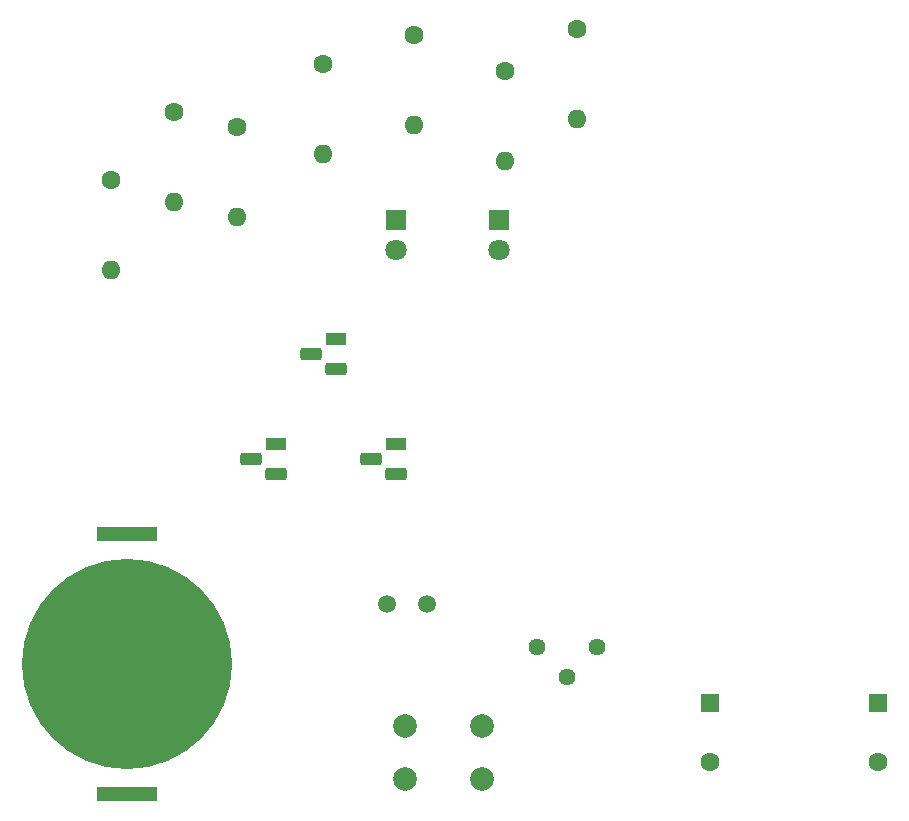
<source format=gbr>
%TF.GenerationSoftware,KiCad,Pcbnew,9.0.1*%
%TF.CreationDate,2025-06-11T16:25:32+05:30*%
%TF.ProjectId,zenitsu,7a656e69-7473-4752-9e6b-696361645f70,rev?*%
%TF.SameCoordinates,Original*%
%TF.FileFunction,Soldermask,Bot*%
%TF.FilePolarity,Negative*%
%FSLAX46Y46*%
G04 Gerber Fmt 4.6, Leading zero omitted, Abs format (unit mm)*
G04 Created by KiCad (PCBNEW 9.0.1) date 2025-06-11 16:25:32*
%MOMM*%
%LPD*%
G01*
G04 APERTURE LIST*
G04 Aperture macros list*
%AMRoundRect*
0 Rectangle with rounded corners*
0 $1 Rounding radius*
0 $2 $3 $4 $5 $6 $7 $8 $9 X,Y pos of 4 corners*
0 Add a 4 corners polygon primitive as box body*
4,1,4,$2,$3,$4,$5,$6,$7,$8,$9,$2,$3,0*
0 Add four circle primitives for the rounded corners*
1,1,$1+$1,$2,$3*
1,1,$1+$1,$4,$5*
1,1,$1+$1,$6,$7*
1,1,$1+$1,$8,$9*
0 Add four rect primitives between the rounded corners*
20,1,$1+$1,$2,$3,$4,$5,0*
20,1,$1+$1,$4,$5,$6,$7,0*
20,1,$1+$1,$6,$7,$8,$9,0*
20,1,$1+$1,$8,$9,$2,$3,0*%
G04 Aperture macros list end*
%ADD10C,2.000000*%
%ADD11O,1.600000X1.600000*%
%ADD12C,1.600000*%
%ADD13C,1.500000*%
%ADD14C,1.800000*%
%ADD15R,1.800000X1.800000*%
%ADD16RoundRect,0.275000X-0.625000X0.275000X-0.625000X-0.275000X0.625000X-0.275000X0.625000X0.275000X0*%
%ADD17R,1.800000X1.100000*%
%ADD18C,17.800000*%
%ADD19R,5.080000X1.270000*%
%ADD20R,1.600000X1.600000*%
%ADD21C,1.440000*%
G04 APERTURE END LIST*
D10*
%TO.C,SW1*%
X148915996Y-135041000D03*
X142415996Y-135041000D03*
X148915996Y-130541000D03*
X142415996Y-130541000D03*
%TD*%
D11*
%TO.C,R7*%
X117558996Y-91935000D03*
D12*
X117558996Y-84315000D03*
%TD*%
D13*
%TO.C,R3*%
X144307996Y-120212000D03*
X140907996Y-120212000D03*
%TD*%
D11*
%TO.C,R6*%
X150908996Y-82703000D03*
D12*
X150908996Y-75083000D03*
%TD*%
D11*
%TO.C,R4*%
X128175996Y-87432000D03*
D12*
X128175996Y-79812000D03*
%TD*%
D14*
%TO.C,D1*%
X150343996Y-90217000D03*
D15*
X150343996Y-87677000D03*
%TD*%
D11*
%TO.C,R2*%
X135483996Y-82049000D03*
D12*
X135483996Y-74429000D03*
%TD*%
D15*
%TO.C,D2*%
X141616998Y-87680000D03*
D14*
X141616998Y-90220000D03*
%TD*%
D16*
%TO.C,Q1*%
X131475372Y-109220000D03*
X129405372Y-107950000D03*
D17*
X131475372Y-106680000D03*
%TD*%
D16*
%TO.C,Q3*%
X141635372Y-109220000D03*
X139565372Y-107950000D03*
D17*
X141635372Y-106680000D03*
%TD*%
D18*
%TO.C,BT1*%
X118865372Y-125282000D03*
D19*
X118865372Y-136267000D03*
X118865372Y-114297000D03*
%TD*%
D16*
%TO.C,Q2*%
X136555372Y-100330000D03*
X134485372Y-99060000D03*
D17*
X136555372Y-97790000D03*
%TD*%
D12*
%TO.C,C1*%
X168222872Y-133587500D03*
D20*
X168222872Y-128587500D03*
%TD*%
D21*
%TO.C,RV1*%
X153617872Y-123825000D03*
X156157872Y-126365000D03*
X158697872Y-123825000D03*
%TD*%
D11*
%TO.C,R1*%
X143220996Y-79671000D03*
D12*
X143220996Y-72051000D03*
%TD*%
%TO.C,C2*%
X182510372Y-133587500D03*
D20*
X182510372Y-128587500D03*
%TD*%
D11*
%TO.C,R5*%
X122866996Y-86163000D03*
D12*
X122866996Y-78543000D03*
%TD*%
D11*
%TO.C,R8*%
X157024996Y-79125000D03*
D12*
X157024996Y-71505000D03*
%TD*%
M02*

</source>
